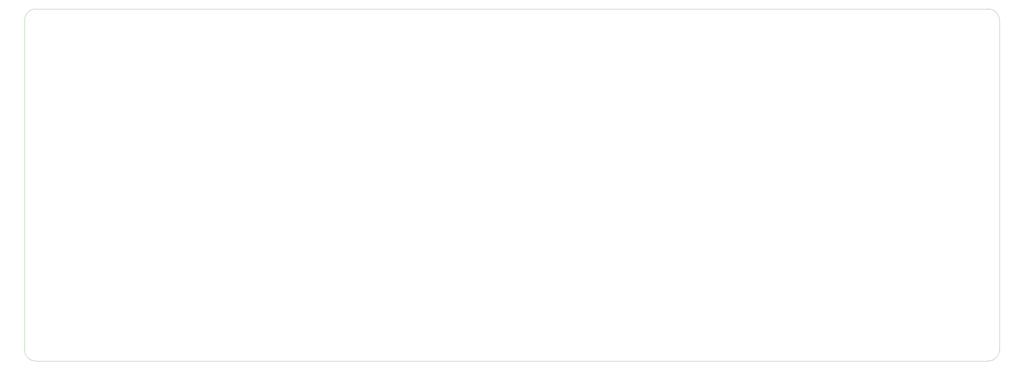
<source format=gm1>
G04 #@! TF.GenerationSoftware,KiCad,Pcbnew,8.0.7*
G04 #@! TF.CreationDate,2025-03-15T22:58:08-07:00*
G04 #@! TF.ProjectId,keyboard,6b657962-6f61-4726-942e-6b696361645f,rev?*
G04 #@! TF.SameCoordinates,Original*
G04 #@! TF.FileFunction,Profile,NP*
%FSLAX46Y46*%
G04 Gerber Fmt 4.6, Leading zero omitted, Abs format (unit mm)*
G04 Created by KiCad (PCBNEW 8.0.7) date 2025-03-15 22:58:08*
%MOMM*%
%LPD*%
G01*
G04 APERTURE LIST*
G04 #@! TA.AperFunction,Profile*
%ADD10C,0.100000*%
G04 #@! TD*
G04 APERTURE END LIST*
D10*
X485775000Y-232283000D02*
X485775000Y-358267000D01*
X481457000Y-362585000D02*
X117983000Y-362585000D01*
X481457000Y-227965000D02*
G75*
G02*
X485775000Y-232283000I0J-4318000D01*
G01*
X117983000Y-362585000D02*
G75*
G02*
X113665000Y-358267000I0J4318000D01*
G01*
X117983000Y-227965000D02*
X481457000Y-227965000D01*
X113665000Y-232283000D02*
G75*
G02*
X117983000Y-227965000I4318000J0D01*
G01*
X485775000Y-358267000D02*
G75*
G02*
X481457000Y-362585000I-4318000J0D01*
G01*
X113665000Y-358267000D02*
X113665000Y-232283000D01*
M02*

</source>
